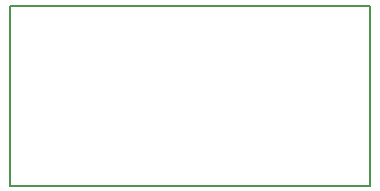
<source format=gbr>
G04 #@! TF.GenerationSoftware,KiCad,Pcbnew,5.0.0-rc3-unknown-14ce5182~65~ubuntu18.04.1*
G04 #@! TF.CreationDate,2018-07-15T20:03:12+01:00*
G04 #@! TF.ProjectId,SEN-14066-adapter,53454E2D31343036362D616461707465,rev?*
G04 #@! TF.SameCoordinates,Original*
G04 #@! TF.FileFunction,Profile,NP*
%FSLAX46Y46*%
G04 Gerber Fmt 4.6, Leading zero omitted, Abs format (unit mm)*
G04 Created by KiCad (PCBNEW 5.0.0-rc3-unknown-14ce5182~65~ubuntu18.04.1) date Sun Jul 15 20:03:12 2018*
%MOMM*%
%LPD*%
G01*
G04 APERTURE LIST*
%ADD10C,0.150000*%
G04 APERTURE END LIST*
D10*
X62230000Y-74930000D02*
X62230000Y-59690000D01*
X92710000Y-74930000D02*
X62230000Y-74930000D01*
X92710000Y-59690000D02*
X92710000Y-74930000D01*
X62230000Y-59690000D02*
X92710000Y-59690000D01*
M02*

</source>
